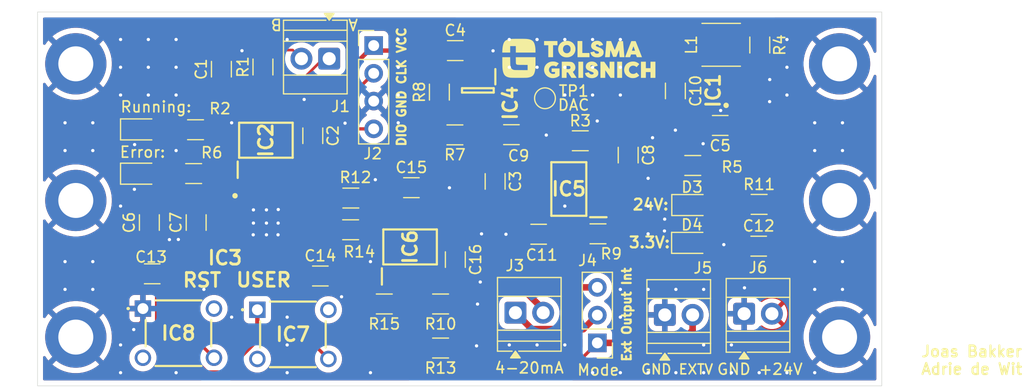
<source format=kicad_pcb>
(kicad_pcb (version 20241229) (generator "pcbnew") (generator_version "9.0")
  (layers (0 "F.Cu" signal) (2 "B.Cu" signal) (13 "F.Paste" user) (15 "B.Paste" user) (5 "F.SilkS" user "F.Silkscreen") (7 "B.SilkS" user "B.Silkscreen") (1 "F.Mask" user) (3 "B.Mask" user) (25 "Edge.Cuts" user))
  (net 0 "")
  (net 1 "+3.3V")
  (net 2 "GND")
  (net 3 "DAC_OUT")
  (net 4 "ADC_IN1")
  (net 5 "+24V")
  (net 6 "SDA")
  (net 7 "SCL")
  (net 8 "SWDIO")
  (net 9 "ADC_IN2")
  (net 10 "TXD (RS485)")
  (net 11 "SWCLK")
  (net 12 "RXD (RS485)")
  (net 13 "DE{slash}!RE")
  (net 14 "Net-(IC5-IN1-)")
  (net 15 "Net-(IC5-IN2+)")
  (net 16 "Net-(D1-A)")
  (net 17 "Net-(D3-A)")
  (net 18 "Net-(D4-A)")
  (net 19 "Net-(IC3-PF2-NRST)")
  (net 20 "Net-(IC3-PA0)")
  (net 21 "Net-(D2-A)")
  (net 22 "Net-(IC1-SW)")
  (net 23 "Net-(IC1-PG)")
  (net 36 "Net-(IC3-PB9)")
  (net 43 "Net-(IC3-PC14-OSC32_IN)")
  (net 44 "Net-(IC5-IN2-)")
  (net 45 "Net-(IC2-B)")
  (net 46 "Net-(IC2-A)")
  (net 47 "Net-(IC6-IN1-)")
  (net 48 "Net-(IC6-IN2+)")
  (net 49 "Net-(IC6-IN1+)")
  (net 50 "Net-(J3-Pin_1)")
  (net 51 "Net-(J4-Pin_1)")
  (footprint "SamacSys_Parts:TS026650BK100SCRD" (layer "F.Cu") (at 93.6 60.59)
    (property "Reference" "IC8")
    (property "Value" "TS02-66-50-BK-100-SCR-D" (hide yes))
  )
  (footprint "Capacitor_SMD:C_1206_3216Metric_Pad1.33x1.80mm_HandSolder" (layer "F.Cu") (at 125.82 48.96 90)
    (property "Reference" "C3")
    (property "Value" "0.1 uF")
  )
  (footprint "Resistor_SMD:R_1206_3216Metric_Pad1.30x1.75mm_HandSolder" (layer "F.Cu") (at 104.58 38.49 90)
    (property "Reference" "R1")
    (property "Value" "120")
  )
  (footprint "LED_SMD:LED_0805_2012Metric_Pad1.15x1.40mm_HandSolder" (layer "F.Cu") (at 143.8425 51.12)
    (property "Reference" "D3")
    (property "Value" "GLED")
  )
  (footprint "Connector_PinHeader_2.54mm:PinHeader_1x03_P2.54mm_Vertical" (layer "F.Cu") (at 135.17 63.73 180)
    (property "Reference" "J4")
    (property "Value" "Conn_01x03_Pin")
  )
  (footprint "TerminalBlock:TerminalBlock_Xinya_XY308-2.54-2P_1x02_P2.54mm_Horizontal" (layer "F.Cu") (at 110.64 37.73 180)
    (property "Reference" "J1")
    (property "Value" "RS485")
  )
  (footprint "Resistor_SMD:R_1206_3216Metric_Pad1.30x1.75mm_HandSolder" (layer "F.Cu") (at 112.62 50.48)
    (property "Reference" "R12")
    (property "Value" "1k")
  )
  (footprint "Capacitor_SMD:C_1206_3216Metric_Pad1.33x1.80mm_HandSolder" (layer "F.Cu") (at 109.83 57.61)
    (property "Reference" "C14")
    (property "Value" "0.1 uF")
  )
  (footprint "Capacitor_SMD:C_1206_3216Metric_Pad1.33x1.80mm_HandSolder" (layer "F.Cu") (at 127.31 44.68)
    (property "Reference" "C9")
    (property "Value" "0.1 uF")
  )
  (footprint "TerminalBlock:TerminalBlock_Xinya_XY308-2.54-2P_1x02_P2.54mm_Horizontal" (layer "F.Cu") (at 141.345 61.1675)
    (property "Reference" "J5")
    (property "Value" "ExtV")
  )
  (footprint "Capacitor_SMD:C_1206_3216Metric_Pad1.33x1.80mm_HandSolder" (layer "F.Cu") (at 94.19 52.72 -90)
    (property "Reference" "C6")
    (property "Value" "0.1 uF")
  )
  (footprint "Resistor_SMD:R_1206_3216Metric_Pad1.30x1.75mm_HandSolder" (layer "F.Cu") (at 135.231 53.751)
    (property "Reference" "R9")
    (property "Value" "68k")
  )
  (footprint "SamacSys_Parts:SON50P200X300X80-11N" (layer "F.Cu") (at 148.6 40.65 90)
    (property "Reference" "IC1")
    (property "Value" "TPS62177DQCR" (hide yes))
  )
  (footprint "Capacitor_SMD:C_1206_3216Metric_Pad1.33x1.80mm_HandSolder" (layer "F.Cu") (at 118.16 49.53)
    (property "Reference" "C15")
    (property "Value" "0.1 uF")
  )
  (footprint "Resistor_SMD:R_1206_3216Metric_Pad1.30x1.75mm_HandSolder" (layer "F.Cu") (at 133.61 45.24)
    (property "Reference" "R3")
    (property "Value" "10k")
  )
  (footprint "Resistor_SMD:R_1206_3216Metric_Pad1.30x1.75mm_HandSolder" (layer "F.Cu") (at 98.4125 44.23 180)
    (property "Reference" "R2")
    (property "Value" "30")
  )
  (footprint "Capacitor_SMD:C_1206_3216Metric_Pad1.33x1.80mm_HandSolder" (layer "F.Cu") (at 98.47 52.72 -90)
    (property "Reference" "C7")
    (property "Value" "1 uF")
  )
  (footprint "LOGO" (layer "F.Cu") (at 133.48 37.71)
    (property "Reference" "G***" (hide yes))
    (property "Value" "LOGO" (hide yes))
  )
  (footprint "LED_SMD:LED_0805_2012Metric_Pad1.15x1.40mm_HandSolder" (layer "F.Cu") (at 93.4125 44.2)
    (property "Reference" "D1" (hide yes))
    (property "Value" "BLED")
  )
  (footprint "Capacitor_SMD:C_1206_3216Metric_Pad1.33x1.80mm_HandSolder" (layer "F.Cu") (at 122.18 56.11 -90)
    (property "Reference" "C16")
    (property "Value" "0.1 uF")
  )
  (footprint "SamacSys_Parts:TS026650BK100SCRD" (layer "F.Cu") (at 104.07 60.7)
    (property "Reference" "IC7")
    (property "Value" "TS02-66-50-BK-100-SCR-D" (hide yes))
  )
  (footprint "Resistor_SMD:R_1206_3216Metric_Pad1.30x1.75mm_HandSolder" (layer "F.Cu") (at 115.68 60.17)
    (property "Reference" "R15")
    (property "Value" "350k")
  )
  (footprint "SamacSys_Parts:SOT95P270X145-6N" (layer "F.Cu") (at 124.24 40.63 -90)
    (property "Reference" "IC4")
    (property "Value" "MCP4726A1T-E_CH" (hide yes))
  )
  (footprint "MountingHole:MountingHole_3.2mm_M3_DIN965_Pad" (layer "F.Cu") (at 87.46 63.2)
    (property "Reference" "H4" (hide yes))
    (property "Value" "MountingHole_Pad")
  )
  (footprint "Resistor_SMD:R_1206_3216Metric_Pad1.30x1.75mm_HandSolder" (layer "F.Cu") (at 120.83 60.17)
    (property "Reference" "R10")
    (property "Value" "1 1%")
  )
  (footprint "Capacitor_SMD:C_1206_3216Metric_Pad1.33x1.80mm_HandSolder" (layer "F.Cu") (at 142.31 40.68 -90)
    (property "Reference" "C10")
    (property "Value" "22 uF")
  )
  (footprint "TerminalBlock:TerminalBlock_Xinya_XY308-2.54-2P_1x02_P2.54mm_Horizontal" (layer "F.Cu") (at 148.5975 61.06)
    (property "Reference" "J6")
    (property "Value" "+24V")
  )
  (footprint "Connector_PinHeader_2.54mm:PinHeader_1x04_P2.54mm_Vertical" (layer "F.Cu") (at 114.71 36.53)
    (property "Reference" "J2")
    (property "Value" "Conn_01x04_Pin")
  )
  (footprint "Resistor_SMD:R_1206_3216Metric_Pad1.30x1.75mm_HandSolder" (layer "F.Cu") (at 120.72 40.79 -90)
    (property "Reference" "R8")
    (property "Value" "10k")
  )
  (footprint "MountingHole:MountingHole_3.2mm_M3_DIN965_Pad" (layer "F.Cu") (at 157.33 50.7)
    (property "Reference" "H5" (hide yes))
    (property "Value" "MountingHole_Pad")
  )
  (footprint "TestPoint:TestPoint_Pad_D1.5mm" (layer "F.Cu") (at 130.38 41.35)
    (property "Reference" "TP1")
    (property "Value" "TestPoint")
  )
  (footprint "MountingHole:MountingHole_3.2mm_M3_DIN965_Pad" (layer "F.Cu") (at 87.46 50.7)
    (property "Reference" "H6" (hide yes))
    (property "Value" "MountingHole_Pad")
  )
  (footprint "Capacitor_SMD:C_1206_3216Metric_Pad1.33x1.80mm_HandSolder" (layer "F.Cu") (at 137.991 46.551 90)
    (property "Reference" "C8")
    (property "Value" "0.1 uF")
  )
  (footprint "Capacitor_SMD:C_1206_3216Metric_Pad1.33x1.80mm_HandSolder" (layer "F.Cu") (at 100.78 38.69 90)
    (property "Reference" "C1")
    (property "Value" "0.1 uF")
  )
  (footprint "Capacitor_SMD:C_1206_3216Metric_Pad1.33x1.80mm_HandSolder" (layer "F.Cu") (at 94.45 57.41)
    (property "Reference" "C13")
    (property "Value" "0.1 uF")
  )
  (footprint "SamacSys_Parts:SOIC127P600X175-8N" (layer "F.Cu") (at 104.85 45.19 90)
    (property "Reference" "IC2")
    (property "Value" "SP3485EN-L" (hide yes))
  )
  (footprint "Resistor_SMD:R_1206_3216Metric_Pad1.30x1.75mm_HandSolder" (layer "F.Cu") (at 149.97 51.06 180)
    (property "Reference" "R11")
    (property "Value" "5.6k")
  )
  (footprint "Capacitor_SMD:C_1206_3216Metric_Pad1.33x1.80mm_HandSolder" (layer "F.Cu") (at 146.41 43.84 180)
    (property "Reference" "C5")
    (property "Value" "2.2 uF")
  )
  (footprint "Resistor_SMD:R_1206_3216Metric_Pad1.30x1.75mm_HandSolder" (layer "F.Cu") (at 122.14 44.7)
    (property "Reference" "R7")
    (property "Value" "10k")
  )
  (footprint "Resistor_SMD:R_1206_3216Metric_Pad1.30x1.75mm_HandSolder" (layer "F.Cu") (at 120.83 64.2)
    (property "Reference" "R13")
    (property "Value" "2.2k")
  )
  (footprint "LED_SMD:LED_0805_2012Metric_Pad1.15x1.40mm_HandSolder" (layer "F.Cu") (at 93.4125 48.25)
    (property "Reference" "D2" (hide yes))
    (property "Value" "RLED")
  )
  (footprint "LED_SMD:LED_0805_2012Metric_Pad1.15x1.40mm_HandSolder" (layer "F.Cu") (at 143.8225 54.58)
    (property "Reference" "D4")
    (property "Value" "GLED")
  )
  (footprint "Capacitor_SMD:C_1206_3216Metric_Pad1.33x1.80mm_HandSolder" (layer "F.Cu") (at 109.14 44.78 -90)
    (property "Reference" "C2")
    (property "Value" "0.1 uF")
  )
  (footprint "MountingHole:MountingHole_3.2mm_M3_DIN965_Pad" (layer "F.Cu") (at 157.33 38.2)
    (property "Reference" "H1" (hide yes))
    (property "Value" "MountingHole_Pad")
  )
  (footprint "Capacitor_SMD:C_1206_3216Metric_Pad1.33x1.80mm_HandSolder" (layer "F.Cu") (at 149.93 54.88)
    (property "Reference" "C12")
    (property "Value" "0.1 uF")
  )
  (footprint "Inductor_SMD:L_Wuerth_MAPI-3015" (layer "F.Cu") (at 146.5 36.46 180)
    (property "Reference" "L1")
    (property "Value" "10 uH")
  )
  (footprint "MountingHole:MountingHole_3.2mm_M3_DIN965_Pad" (layer "F.Cu") (at 157.33 63.2)
    (property "Reference" "H2" (hide yes))
    (property "Value" "MountingHole_Pad")
  )
  (footprint "Resistor_SMD:R_1206_3216Metric_Pad1.30x1.75mm_HandSolder" (layer "F.Cu") (at 112.6 53.38 180)
    (property "Reference" "R14")
    (property "Value" "2.2k")
  )
  (footprint "Resistor_SMD:R_1206_3216Metric_Pad1.30x1.75mm_HandSolder" (layer "F.Cu") (at 150.03 36.48 -90)
    (property "Reference" "R4")
    (property "Value" "10k")
  )
  (footprint "Resistor_SMD:R_1206_3216Metric_Pad1.30x1.75mm_HandSolder" (layer "F.Cu") (at 143.9 47.5)
    (property "Reference" "R5")
    (property "Value" "330")
  )
  (footprint "Resistor_SMD:R_1206_3216Metric_Pad1.30x1.75mm_HandSolder" (layer "F.Cu") (at 98.24 48.24 180)
    (property "Reference" "R6")
    (property "Value" "330")
  )
  (footprint "Capacitor_SMD:C_1206_3216Metric_Pad1.33x1.80mm_HandSolder" (layer "F.Cu") (at 129.801 53.791 180)
    (property "Reference" "C11")
    (property "Value" "0.1 uF")
  )
  (footprint "TerminalBlock:TerminalBlock_Xinya_XY308-2.54-2P_1x02_P2.54mm_Horizontal" (layer "F.Cu") (at 127.675 60.9675)
    (property "Reference" "J3")
    (property "Value" "Rload")
  )
  (footprint "Capacitor_SMD:C_1206_3216Metric_Pad1.33x1.80mm_HandSolder" (layer "F.Cu") (at 122.17 36.99)
    (property "Reference" "C4")
    (property "Value" "0.1 uF")
  )
  (footprint "SamacSys_Parts:QFN50P500X500X60-33N-D" (layer "F.Cu") (at 104.9 52.77)
    (property "Reference" "IC3")
    (property "Value" "STM32G031K8U6" (hide yes))
  )
  (footprint "SamacSys_Parts:SOIC127P600X175-8N" (layer "F.Cu") (at 132.561 49.651 180)
    (property "Reference" "IC5")
    (property "Value" "TSB512IYDT" (hide yes))
  )
  (footprint "MountingHole:MountingHole_3.2mm_M3_DIN965_Pad" (layer "F.Cu") (at 87.46 38.2)
    (property "Reference" "H3" (hide yes))
    (property "Value" "MountingHole_Pad")
  )
  (footprint "SamacSys_Parts:SOIC127P600X175-8N" (layer "F.Cu") (at 118.04 54.95 90)
    (property "Reference" "IC6")
    (property "Value" "TSB512IYDT" (hide yes))
  )
  (gr_rect (start 83.96 33.46) (end 161.19 67.66) (stroke (width 0.05)) (fill no) (layer "Edge.Cuts"))
  (gr_text "DAC" (at 133 41.97 0) (layer "F.SilkS") (effects (font (size 1 1))))
  (gr_text "GND +24V" (at 150.04 66.14 0) (layer "F.SilkS") (effects (font (size 1 1))))
  (gr_text "A        B\n" (at 109.28 34.6 180) (layer "F.SilkS") (effects (font (size 1 1))))
  (gr_text "Running:" (at 94.8 42.14 0) (layer "F.SilkS") (effects (font (size 1 1))))
  (gr_text "GND EXTV" (at 142.47 66.15 0) (layer "F.SilkS") (effects (font (size 0.9 0.9))))
  (gr_text "Joas Bakker\nAdrie de Wit\n" (at 169.42 65.32 0) (layer "F.SilkS") (effects (font (size 1 1) (thickness 0.2) (bold yes))))
  (gr_text "4-20mA" (at 128.945 66.0175 0) (layer "F.SilkS") (effects (font (size 1 1))))
  (gr_text "24V:" (at 140.05 51.08 0) (layer "F.SilkS") (effects (font (size 1 1) (thickness 0.2) (bold yes))))
  (gr_text "DIO GND CLK VCC" (at 117.26 40.31 90) (layer "F.SilkS") (effects (font (size 0.8 0.8) (thickness 0.2) (bold yes))))
  (gr_text "RST" (at 99 57.99 0) (layer "F.SilkS") (effects (font (size 1.27 1.27) (thickness 0.254))))
  (gr_text "3.3V:" (at 139.94 54.54 0) (layer "F.SilkS") (effects (font (size 1 1) (thickness 0.2) (bold yes))))
  (gr_text "Error:" (at 93.57 46.28 0) (layer "F.SilkS") (effects (font (size 1 1))))
  (gr_text "USER" (at 104.64 57.97 0) (layer "F.SilkS") (effects (font (size 1.27 1.27) (thickness 0.254))))
  (gr_text "Mode\n" (at 135.25 66.21 0) (layer "F.SilkS") (effects (font (size 1 1))))
  (gr_text "Ext Output Int" (at 137.86 61.14 90) (layer "F.SilkS") (effects (font (size 0.8 0.8) (thickness 0.2) (bold yes))))
  (segment (start 98.47 51.1575) (end 98.47 43.13) (width 0.4) (layer "F.Cu") (net 1))
  (segment (start 120.6075 36.99) (end 120.6075 39.1275) (width 0.3) (layer "F.Cu") (net 1))
  (segment (start 115.17 36.99) (end 114.71 36.53) (width 0.4) (layer "F.Cu") (net 1))
  (segment (start 104.07 63.45) (end 101.08 66.44) (width 0.4) (layer "F.Cu") (net 1))
  (segment (start 139.78 34.54) (end 123.0575 34.54) (width 0.6) (layer "F.Cu") (net 1))
  (segment (start 150.03 34.93) (end 149.46 34.36) (width 0.3) (layer "F.Cu") (net 1))
  (segment (start 108.5275 43.83) (end 103.86 43.83) (width 0.4) (layer "F.Cu") (net 1))
  (segment (start 145.45 37.46) (end 145.45 36.46) (width 0.3) (layer "F.Cu") (net 1))
  (segment (start 102.945 42.4175) (end 100.78 40.2525) (width 0.4) (layer "F.Cu") (net 1))
  (segment (start 148.6 36.36) (end 150.03 34.93) (width 0.3) (layer "F.Cu") (net 1))
  (segment (start 124.84 40.63) (end 123.888 40.63) (width 0.3) (layer "F.Cu") (net 1))
  (segment (start 123.29 40.032) (end 123.29 39.38) (width 0.3) (layer "F.Cu") (net 1))
  (segment (start 142.31 39.1175) (end 142.31 37.07) (width 0.6) (layer "F.Cu") (net 1))
  (segment (start 99.45 66.44) (end 94.9 61.89) (width 0.4) (layer "F.Cu") (net 1))
  (segment (start 92.52 54.93) (end 92.52 52.8275) (width 0.4) (layer "F.Cu") (net 1))
  (segment (start 102.945 42.49) (end 99.11 42.49) (width 0.4) (layer "F.Cu") (net 1))
  (segment (start 141.05 40.3775) (end 142.31 39.1175) (width 0.3) (layer "F.Cu") (net 1))
  (segment (start 94.9 57.31) (end 92.52 54.93) (width 0.4) (layer "F.Cu") (net 1))
  (segment (start 119.19 43.3) (end 119.19 40.77) (width 0.4) (layer "F.Cu") (net 1))
  (segment (start 125.7475 44.68) (end 125.7475 42.4375) (width 0.3) (layer "F.Cu") (net 1))
  (segment (start 145.45 37.3) (end 145.45 36.46) (width 0.8) (layer "F.Cu") (net 1))
  (segment (start 102.945 42.49) (end 102.945 42.4175) (width 0.4) (layer "F.Cu") (net 1))
  (segment (start 123.888 40.63) (end 123.29 40.032) (width 0.3) (layer "F.Cu") (net 1))
  (segment (start 143.6325 39.1175) (end 145.45 37.3) (width 0.8) (layer "F.Cu") (net 1))
  (segment (start 122.9975 39.38) (end 120.6075 36.99) (width 0.3) (layer "F.Cu") (net 1))
  (segment (start 142.31 37.07) (end 139.78 34.54) (width 0.6) (layer "F.Cu") (net 1))
  (segment (start 120.6075 36.99) (end 115.17 36.99) (width 0.4) (layer "F.Cu") (net 1))
  (segment (start 116.5975 49.53) (end 117.9775 48.15) (width 0.4) (layer "F.Cu") (net 1))
  (segment (start 98.47 51.1575) (end 94.19 51.1575) (width 0.4) (layer "F.Cu") (net 1))
  (segment (start 125.19 40.98) (end 124.84 40.63) (width 0.3) (layer "F.Cu") (net 1))
  (segment (start 125.7475 42.4375) (end 125.19 41.88) (width 0.3) (layer "F.Cu") (net 1))
  (segment (start 109.14 42.1) (end 114.71 36.53) (width 0.4) (layer "F.Cu") (net 1))
  (segment (start 98.47 51.1575) (end 99.8325 52.52) (width 0.3) (layer "F.Cu") (net 1))
  (segment (start 101.08 66.44) (end 99.45 66.44) (width 0.4) (layer "F.Cu") (net 1))
  (segment (start 109.14 43.2175) (end 108.5275 43.83) (width 0.4) (layer "F.Cu") (net 1))
  (segment (start 117.9775 48.15) (end 122.2775 48.15) (width 0.4) (layer "F.Cu") (net 1))
  (segment (start 104.07 60.7) (end 104.07 63.45) (width 0.4) (layer "F.Cu") (net 1))
  (segment (start 109.14 43.2175) (end 109.14 42.1) (width 0.4) (layer "F.Cu") (net 1))
  (segment (start 116.135 49.9925) (end 116.5975 49.53) (width 0.4) (layer "F.Cu") (net 1))
  (segment (start 123.29 39.38) (end 122.9975 39.38) (width 0.3) (layer "F.Cu") (net 1))
  (segment (start 147.6 39.61) (end 145.45 37.46) (width 0.3) (layer "F.Cu") (net 1))
  (segment (start 92.52 52.8275) (end 94.19 51.1575) (width 0.4) (layer "F.Cu") (net 1))
  (segment (start 99.8325 52.52) (end 102.45 52.52) (width 0.3) (layer "F.Cu") (net 1))
  (segment (start 102.945 42.915) (end 102.945 42.49) (width 0.4) (layer "F.Cu") (net 1))
  (segment (start 141.05 46.2) (end 141.05 40.3775) (width 0.3) (layer "F.Cu") (net 1))
  (segment (start 149.46 34.36) (end 145.85 34.36) (width 0.3) (layer "F.Cu") (net 1))
  (segment (start 103.86 43.83) (end 102.945 42.915) (width 0.4) (layer "F.Cu") (net 1))
  (segment (start 142.35 47.5) (end 141.05 46.2) (width 0.3) (layer "F.Cu") (net 1))
  (segment (start 145.85 34.36) (end 145.45 34.76) (width 0.3) (layer "F.Cu") (net 1))
  (segment (start 123.0575 34.54) (end 120.6075 36.99) (width 0.6) (layer "F.Cu") (net 1))
  (segment (start 142.31 39.1175) (end 143.6325 39.1175) (width 0.8) (layer "F.Cu") (net 1))
  (segment (start 120.59 44.7) (end 119.19 43.3) (width 0.4) (layer "F.Cu") (net 1))
  (segment (start 99.11 42.49) (end 98.47 43.13) (width 0.4) (layer "F.Cu") (net 1))
  (segment (start 148.6 39.65) (end 148.6 36.36) (width 0.3) (layer "F.Cu") (net 1))
  (segment (start 120.6075 39.1275) (end 120.72 39.24) (width 0.3) (layer "F.Cu") (net 1))
  (segment (start 116.135 52.25) (end 116.135 49.9925) (width 0.4) (layer "F.Cu") (net 1))
  (segment (start 122.2775 48.15) (end 125.7475 44.68) (width 0.4) (layer "F.Cu") (net 1))
  (segment (start 125.19 41.88) (end 125.19 40.98) (width 0.3) (layer "F.Cu") (net 1))
  (segment (start 94.9 61.89) (end 94.9 57.31) (width 0.4) (layer "F.Cu") (net 1))
  (segment (start 119.19 40.77) (end 120.72 39.24) (width 0.4) (layer "F.Cu") (net 1))
  (segment (start 145.45 34.76) (end 145.45 36.46) (width 0.3) (layer "F.Cu") (net 1))
  (segment (start 150.93 39.65) (end 150.94 39.64) (width 0.3) (layer "F.Cu") (net 2))
  (segment (start 142.8175 51.12) (end 142.62 51.12) (width 0.3) (layer "F.Cu") (net 2))
  (segment (start 130.46 44.68) (end 130.5 44.72) (width 0.3) (layer "F.Cu") (net 2))
  (segment (start 104.65 53.02) (end 104.9 52.77) (width 0.3) (layer "F.Cu") (net 2))
  (segment (start 111.3925 59.1325) (end 111.77 59.51) (width 0.3) (layer "F.Cu") (net 2))
  (segment (start 137.991 44.9885) (end 140.1915 44.9885) (width 0.3) (layer "F.Cu") (net 2))
  (segment (start 147.6 41.61) (end 147.6 41.008) (width 0.3) (layer "F.Cu") (net 2))
  (segment (start 142.31 42.2425) (end 142.31 44.27) (width 0.3) (layer "F.Cu") (net 2))
  (segment (start 111.3925 57.61) (end 111.3925 59.1325) (width 0.3) (layer "F.Cu") (net 2))
  (segment (start 149.6 41.61) (end 149.6 41.008) (width 0.3) (layer "F.Cu") (net 2))
  (segment (start 102.5325 37.1275) (end 102.66 37) (width 0.2) (layer "F.Cu") (net 2))
  (segment (start 135.15 43.42) (end 135.161 43.431) (width 0.3) (layer "F.Cu") (net 2))
  (segment (start 143.9425 40.61) (end 148.6 40.61) (width 0.3) (layer "F.Cu") (net 2))
  (segment (start 142.31 42.2425) (end 143.9425 40.61) (width 0.3) (layer "F.Cu") (net 2))
  (segment (start 93.6 60.59) (end 93.6 58.1225) (width 0.3) (layer "F.Cu") (net 2))
  (segment (start 144.8475 43.0525) (end 147.29 40.61) (width 0.3) (layer "F.Cu") (net 2))
  (segment (start 102.45 53.02) (end 99.7325 53.02) (width 0.3) (layer "F.Cu") (net 2))
  (segment (start 123.92 64.2) (end 124.12 64) (width 0.3) (layer "F.Cu") (net 2))
  (segment (start 109.14 46.3425) (end 111.8525 43.63) (width 0.3) (layer "F.Cu") (net 2))
  (segment (start 122.38 64.2) (end 123.92 64.2) (width 0.3) (layer "F.Cu") (net 2))
  (segment (start 149.6 41.008) (end 149.202 40.61) (width 0.3) (layer "F.Cu") (net 2))
  (segment (start 122.38 57.8725) (end 122.18 57.6725) (width 0.3) (layer "F.Cu") (net 2))
  (segment (start 150.92 41.65) (end 150.93 41.66) (width 0.3) (layer "F.Cu") (net 2))
  (segment (start 126.81 53.791) (end 128.2385 53.791) (width 0.3) (layer "F.Cu") (net 2))
  (segment (start 125.61 36.99) (end 125.63 37.01) (width 0.3) (layer "F.Cu") (net 2))
  (segment (start 92.3875 49.2475) (end 92.82 49.68) (width 0.3) (layer "F.Cu") (net 2))
  (segment (start 149.6 41.65) (end 150.92 41.65) (width 0.3) (layer "F.Cu") (net 2))
  (segment (start 147.6 41.61) (end 147.31 41.61) (width 0.3) (layer "F.Cu") (net 2))
  (segment (start 122.38 60.17) (end 124.2 60.17) (width 0.3) (layer "F.Cu") (net 2))
  (segment (start 93.6 61.67) (end 92.76 62.51) (width 0.3) (layer "F.Cu") (net 2))
  (segment (start 149.6 39.61) (end 149.6 40.212) (width 0.3) (layer "F.Cu") (net 2))
  (segment (start 142.4 54.58) (end 141.31 53.49) (width 0.3) (layer "F.Cu") (net 2))
  (segment (start 149.6 39.65) (end 150.93 39.65) (width 0.3) (layer "F.Cu") (net 2))
  (segment (start 147.998 40.61) (end 148.6 40.61) (width 0.3) (layer "F.Cu") (net 2))
  (segment (start 135.161 45.251) (end 135.161 43.431) (width 0.3) (layer "F.Cu") (net 2))
  (segment (start 106.755 42.49) (end 107.32 42.49) (width 0.2) (layer "F.Cu") (net 2))
  (segment (start 93.6 58.1225) (end 92.8875 57.41) (width 0.3) (layer "F.Cu") (net 2))
  (segment (start 148.5975 61.06) (end 148.5975 58.7225) (width 0.3) (layer "F.Cu") (net 2))
  (segment (start 144.8475 43.84) (end 144.8475 43.0525) (width 0.3) (layer "F.Cu") (net 2))
  (segment (start 147.31 41.61) (end 146.45 42.47) (width 0.3) (layer "F.Cu") (net 2))
  (segment (start 96.84 54.27) (end 96.8525 54.2825) (width 0.3) (layer "F.Cu") (net 2))
  (segment (start 123.9725 57.6725) (end 124.46 58.16) (width 0.3) (layer "F.Cu") (net 2))
  (segment (start 124.2 60.17) (end 124.21 60.18) (width 0.3) (layer "F.Cu") (net 2))
  (segment (start 142.62 51.12) (end 141.33 52.41) (width 0.3) (layer "F.Cu") (net 2))
  (segment (start 122.18 57.6725) (end 123.9725 57.6725) (width 0.3) (layer "F.Cu") (net 2))
  (segment (start 114.71 41.61) (end 112.69 43.63) (width 0.3) (layer "F.Cu") (net 2))
  (segment (start 114.17 49.49) (end 114.86 48.8) (width 0.2) (layer "F.Cu") (net 2))
  (segment (start 102.45 53.02) (end 104.65 53.02) (width 0.3) (layer "F.Cu") (net 2))
  (segment (start 100.78 37.1275) (end 102.5325 37.1275) (width 0.24) (layer "F.Cu") (net 2))
  (segment (start 128.8725 44.68) (end 130.46 44.68) (width 0.3) (layer "F.Cu") (net 2))
  (segment (start 144.8475 45.51) (end 144.8475 43.84) (width 0.3) (layer "F.Cu") (net 2))
  (segment (start 146.88 54.88) (end 146.74 54.74) (width 0.3) (layer "F.Cu") (net 2))
  (segment (start 124.24 37.4975) (end 123.7325 36.99) (width 0.3) (layer "F.Cu") (net 2))
  (segment (start 93.6 60.59) (end 93.6 61.67) (width 0.3) (layer "F.Cu") (net 2))
  (segment (start 149.6 40.212) (end 149.202 40.61) (width 0.3) (layer "F.Cu") (net 2))
  (segment (start 122.1575 57.65) (end 122.18 57.6725) (width 0.3) (layer "F.Cu") (net 2))
  (segment (start 147.29 40.61) (end 148.6 40.61) (width 0.3) (layer "F.Cu") (net 2))
  (segment (start 99.7325 53.02) (end 98.47 54.2825) (width 0.3) (layer "F.Cu") (net 2))
  (segment (start 124.24 39.38) (end 124.24 37.4975) (width 0.3) (layer "F.Cu") (net 2))
  (segment (start 96.0225 54.2825) (end 94.19 54.2825) (width 0.3) (layer "F.Cu") (net 2))
  (segment (start 96.8525 54.2825) (end 98.47 54.2825) (width 0.3) (layer "F.Cu") (net 2))
  (segment (start 135.161 47.646) (end 135.261 47.746) (width 0.3) (layer "F.Cu") (net 2))
  (segment (start 121.63 49.53) (end 121.64 49.54) (width 0.2) (layer "F.Cu") (net 2))
  (segment (start 142.7975 54.58) (end 142.4 54.58) (width 0.3) (layer "F.Cu") (net 2))
  (segment (start 107.32 42.49) (end 108.35 41.46) (width 0.2) (layer "F.Cu") (net 2))
  (segment (start 123.7325 36.99) (end 125.61 36.99) (width 0.3) (layer "F.Cu") (net 2))
  (segment (start 111.8525 43.63) (end 112.09 43.63) (width 0.3) (layer "F.Cu") (net 2))
  (segment (start 114.17 50.48) (end 114.17 49.49) (width 0.2) (layer "F.Cu") (net 2))
  (segment (start 148.5975 58.7225) (end 148.63 58.69) (width 0.3) (layer "F.Cu") (net 2))
  (segment (start 135.161 45.251) (end 135.161 47.646) (width 0.3) (layer "F.Cu") (net 2))
  (segment (start 140.1915 44.9885) (end 140.22 44.96) (width 0.3) (layer "F.Cu") (net 2))
  (segment (start 92.3875 44.2) (end 92.3875 45.1375) (width 0.3) (layer "F.Cu") (net 2))
  (segment (start 148.3675 54.88) (end 146.88 54.88) (width 0.3) (layer "F.Cu") (net 2))
  (segment (start 119.7225 49.53) (end 121.63 49.53) (width 0.2) (layer "F.Cu") (net 2))
  (segment (start 119.945 57.65) (end 122.1575 57.65) (width 0.3) (layer "F.Cu") (net 2))
  (segment (start 92.3875 45.1375) (end 92.84 45.59) (width 0.3) (layer "F.Cu") (net 2))
  (segment (start 147.6 41.008) (end 147.998 40.61) (width 0.3) (layer "F.Cu") (net 2))
  (segment (start 112.69 43.63) (end 112.09 43.63) (width 0.3) (layer "F.Cu") (net 2))
  (segment (start 92.3875 48.25) (end 92.3875 49.2475) (width 0.3) (layer "F.Cu") (net 2))
  (via (at 137.275 38.515) (size 0.6) (drill 0.3) (layers "F.Cu" "B.Cu") (net 2))
  (via (at 135.161 43.431) (size 0.6) (drill 0.3) (layers "F.Cu" "B.Cu") (net 2))
  (via (at 155.055 58.835) (size 0.6) (drill 0.3) (layers "F.Cu" "B.Cu") (net 2))
  (via (at 116.955 43.595) (size 0.6) (drill 0.3) (layers "F.Cu" "B.Cu") (net 2))
  (via (at 89.015 43.595) (size 0.6) (drill 0.3) (layers "F.Cu" "B.Cu") (net 2))
  (via (at 112.09 43.63) (size 0.6) (drill 0.3) (layers "F.Cu" "B.Cu") (net 2))
  (via (at 86.475 58.835) (size 0.6) (drill 0.3) (layers "F.Cu" "B.Cu") (net 2))
  (via (at 96.635 66.455) (size 0.6) (drill 0.3) (layers "F.Cu" "B.Cu") (net 2))
  (via (at 96.84 54.27) (size 0.6) (drill 0.3) (layers "F.Cu" "B.Cu") (net 2))
  (via (at 157.595 46.135) (size 0.6) (drill 0.3) (layers "F.Cu" "B.Cu") (net 2))
  (via (at 157.595 43.595) (size 0.6) (drill 0.3) (layers "F.Cu" "B.Cu") (net 2))
  (via (at 102.66 37) (size 0.6) (drill 0.3) (layers "F.Cu" "B.Cu") (net 2))
  (via (at 132.195 51.215) (size 0.6) (drill 0.3) (layers "F.Cu" "B.Cu") (net 2))
  (via (at 139.815 53.755) (size 0.6) (drill 0.3) (layers "F.Cu" "B.Cu") (net 2))
  (via (at 106.795 61.375) (size 0.6) (drill 0.3) (layers "F.Cu" "B.Cu") (net 2))
  (via (at 91.555 38.515) (size 0.6) (drill 0.3) (layers "F.Cu" "B.Cu") (net 2))
  (via (at 124.12 64) (size 0.6) (drill 0.3) (layers "F.Cu" "B.Cu") (net 2))
  (via (at 149.975 66.455) (size 0.6) (drill 0.3) (layers "F.Cu" "B.Cu") (net 2))
  (via (at 155.055 46.135) (size 0.6) (drill 0.3) (layers "F.Cu" "B.Cu") (net 2))
  (via (at 96.635 35.975) (size 0.6) (drill 0.3) (layers "F.Cu" "B.Cu") (net 2))
  (via (at 140.22 44.96) (size 0.6) (drill 0.3) (layers "F.Cu" "B.Cu") (net 2))
  (via (at 124.575 53.755) (size 0.6) (drill 0.3) (layers "F.Cu" "B.Cu") (net 2))
  (via (at 96.0225 54.2825) (size 0.6) (drill 0.3) (layers "F.Cu" "B.Cu") (net 2))
  (via (at 106.795 63.915) (size 0.6) (drill 0.3) (layers "F.Cu" "B.Cu") (net 2))
  (via (at 86.475 56.295) (size 0.6) (drill 0.3) (layers "F.Cu" "B.Cu") (net 2))
  (via (at 96.635 46.135) (size 0.6) (drill 0.3) (layers "F.Cu" "B.Cu") (net 2))
  (via (at 155.055 43.595) (size 0.6) (drill 0.3) (layers "F.Cu" "B.Cu") (net 2))
  (via (at 89.015 56.295) (size 0.6) (drill 0.3) (layers "F.Cu" "B.Cu") (net 2))
  (via (at 127.115 35.975) (size 0.6) (drill 0.3) (layers "F.Cu" "B.Cu") (net 2))
  (via (at 105.97 52.77) (size 0.6) (drill 0.3) (layers "F.Cu" "B.Cu") (net 2))
  (via (at 124.46 58.16) (size 0.6) (drill 0.3) (layers "F.Cu" "B.Cu") (net 2))
  (via (at 94.095 35.975) (size 0.6) (drill 0.3) (layers "F.Cu" "B.Cu") (net 2))
  (via (at 134.735 35.975) (size 0.6) (drill 0.3) (layers "F.Cu" "B.Cu") (net 2))
  (via (at 152.515 38.515) (size 0.6) (drill 0.3) (layers "F.Cu" "B.Cu") (net 2))
  (via (at 144.895 66.455) (size 0.6) (drill 0.3) (layers "F.Cu" "B.Cu") (net 2))
  (via (at 127.115 38.515) (size 0.6) (drill 0.3) (layers "F.Cu" "B.Cu") (net 2))
  (via (at 105.96 53.84) (size 0.6) (drill 0.3) (layers "F.Cu" "B.Cu") (net 2))
  (via (at 89.015 58.835) (size 0.6) (drill 0.3) (layers "F.Cu" "B.Cu") (net 2))
  (via (at 134.735 66.455) (size 0.6) (drill 0.3) (layers "F.Cu" "B.Cu") (net 2))
  (via (at 144.8475 45.51) (size 0.6) (drill 0.3) (layers "F.Cu" "B.Cu") (net 2))
  (via (at 124.21 60.18) (size 0.6) (drill 0.3) (layers "F.Cu" "B.Cu") (net 2))
  (via (at 104.9 52.77) (size 0.6) (drill 0.3) (layers "F.Cu" "B.Cu") (net 2))
  (via (at 103.71 52.77) (size 0.6) (drill 0.3) (layers "F.Cu" "B.Cu") (net 2))
  (via (at 104.9 53.84) (size 0.6) (drill 0.3) (layers "F.Cu" "B.Cu") (net 2))
  (via (at 150.93 41.66) (size 0.6) (drill 0.3) (layers "F.Cu" "B.Cu") (net 2))
  (via (at 91.555 35.975) (size 0.6) (drill 0.3) (layers "F.Cu" "B.Cu") (net 2))
  (via (at 94.095 38.515) (size 0.6) (drill 0.3) (layers "F.Cu" "B.Cu") (net 2))
  (via (at 157.595 58.835) (size 0.6) (drill 0.3) (layers "F.Cu" "B.Cu") (net 2))
  (via (at 132.195 63.915) (size 0.6) (drill 0.3) (layers "F.Cu" "B.Cu") (net 2))
  (via (at 141.33 52.41) (size 0.6) (drill 0.3) (layers "F.Cu" "B.Cu") (net 2))
  (via (at 137.275 66.455) (size 0.6) (drill 0.3) (layers "F.Cu" "B.Cu") (net 2))
  (via (at 144.895 58.835) (size 0.6) (drill 0.3) (layers "F.Cu" "B.Cu") (net 2))
  (via (at 152.515 41.055) (size 0.6) (drill 0.3) (layers "F.Cu" "B.Cu") (net 2))
  (via (at 142.355 66.455) (size 0.6) (drill 0.3) (layers "F.Cu" "B.Cu") (net 2))
  (via (at 108.35 41.46) (size 0.6) (drill 0.3) (layers "F.Cu" "B.Cu") (net 2))
  (via (at 106.795 35.975) (size 0.6) (drill 0.3) (layers "F.Cu" "B.Cu") (net 2))
  (via (at 155.055 66.455) (size 0.6) (drill 0.3) (layers "F.Cu" "B.Cu") (net 2))
  (via (at 127.115 63.915) (size 0.6) (drill 0.3) (layers "F.Cu" "B.Cu") (net 2))
  (via (at 142.355 58.835) (size 0.6) (drill 0.3) (layers "F.Cu" "B.Cu") (net 2))
  (via (at 139.815 66.455) (size 0.6) (drill 0.3) (layers "F.Cu" "B.Cu") (net 2))
  (via (at 92.84 45.59) (size 0.6) (drill 0.3) (layers "F.Cu" "B.Cu") (net 2))
  (via (at 103.71 51.56) (size 0.6) (drill 0.3) (layers "F.Cu" "B.Cu") (net 2))
  (via (at 129.655 38.515) (size 0.6) (drill 0.3) (layers "F.Cu" "B.Cu") (net 2))
  (via (at 152.515 35.975) (size 0.6) (drill 0.3) (layers "F.Cu" "B.Cu") (net 2))
  (via (at 132.195 41.055) (size 0.6) (drill 0.3) (layers "F.Cu" "B.Cu") (net 2))
  (via (at 104.9 51.56) (size 0.6) (drill 0.3) (layers "F.Cu" "B.Cu") (net 2))
  (via (at 139.815 48.675) (size 0.6) (drill 0.3) (layers "F.Cu" "B.Cu") (net 2))
  (via (at 96.635 41.055) (size 0.6) (drill 0.3) (layers "F.Cu" "B.Cu") (net 2))
  (via (at 91.555 51.215) (size 0.6) (drill 0.3) (layers "F.Cu" "B.Cu") (net 2))
  (via (at 114.415 56.295) (size 0.6) (drill 0.3) (layers "F.Cu" "B.Cu") (net 2))
  (via (at 142.31 44.27) (size 0.6) (drill 0.3) (layers "F.Cu" "B.Cu") (net 2))
  (via (at 129.655 35.975) (size 0.6) (drill 0.3) (layers "F.Cu" "B.Cu") (net 2))
  (via (at 91.555 41.055) (size 0.6) (drill 0.3) (layers "F.Cu" "B.Cu") (net 2))
  (via (at 94.095 41.055) (size 0.6) (drill 0.3) (layers "F.Cu" "B.Cu") (net 2))
  (via (at 157.595 56.295) (size 0.6) (drill 0.3) (layers "F.Cu" "B.Cu") (net 2))
  (via (at 126.81 53.791) (size 0.6) (drill 0.3) (layers "F.Cu" "B.Cu") (net 2))
  (via (at 92.76 62.51) (size 0.6) (drill 0.3) (layers "F.Cu" "B.Cu") (net 2))
  (via (at 105.98 51.53) (size 0.6) (drill 0.3) (layers "F.Cu" "B.Cu") (net 2))
  (via (at 146.74 54.74) (size 0.6) (drill 0.3) (layers "F.Cu" "B.Cu") (net 2))
  (via (at 155.055 56.295) (size 0.6) (drill 0.3) (layers "F.Cu" "B.Cu") (net 2))
  (via (at 111.77 59.51) (size 0.6) (drill 0.3) (layers "F.Cu" "B.Cu") (net 2))
  (via (at 129.655 63.915) (size 0.6) (drill 0.3) (layers "F.Cu" "B.Cu") (net 2))
  (via (at 86.475 43.595) (size 0.6) (drill 0.3) (layers "F.Cu" "B.Cu") (net 2))
  (via (at 91.555 66.455) (size 0.6) (drill 0.3) (layers "F.Cu" "B.Cu") (net 2))
  (via (at 132.195 35.975) (size 0.6) (drill 0.3) (layers "F.Cu" "B.Cu") (net 2))
  (via (at 86.475 46.135) (size 0.6) (drill 0.3) (layers "F.Cu" "B.Cu") (net 2))
  (via (at 106.795 66.455) (size 0.6) (drill 0.3) (layers "F.Cu" "B.Cu") (net 2))
  (via (at 144.895 63.915) (size 0.6) (drill 0.3) (layers "F.Cu" "B.Cu") (net 2))
  (via (at 152.515 66.455) (size 0.6) (drill 0.3) (layers "F.Cu" "B.Cu") (net 2))
  (via (at 137.275 35.975) (size 0.6) (drill 0.3) (layers "F.Cu" "B.Cu") (net 2))
  (via (at 99.175 58.835) (size 0.6) (drill 0.3) (layers "F.Cu" "B.Cu") (net 2))
  (via (at 134.735 38.515) (size 0.6) (drill 0.3) (layers "F.Cu" "B.Cu") (net 2))
  (via (at 121.64 49.54) (size 0.6) (drill 0.3) (layers "F.Cu" "B.Cu") (net 2))
  (via (at 89.015 46.135) (size 0.6) (drill 0.3) (layers "F.Cu" "B.Cu") (net 2))
  (via (at 146.45 42.47) (size 0.6) (drill 0.3) (layers "F.Cu" "B.Cu") (net 2))
  (via (at 132.195 38.515) (size 0.6) (drill 0.3) (layers "F.Cu" "B.Cu") (net 2))
  (via (at 147.435 66.455) (size 0.6) (drill 0.3) (layers "F.Cu" "B.Cu") (net 2))
  (via (at 103.69 53.84) (size 0.6) (drill 0.3) (layers "F.Cu" "B.Cu") (net 2))
  (via (at 92.82 49.68) (size 0.6) (drill 0.3) (layers "F.Cu" "B.Cu") (net 2))
  (via (at 96.635 38.515) (size 0.6) (drill 0.3) (layers "F.Cu" "B.Cu") (net 2))
  (via (at 134.735 41.055) (size 0.6) (drill 0.3) (layers "F.Cu" "B.Cu") (net 2))
  (via (at 150.94 39.64) (size 0.6) (drill 0.3) (layers "F.Cu" "B.Cu") (net 2))
  (via (at 91.555 63.915) (size 0.6) (drill 0.3) (layers "F.Cu" "B.Cu") (net 2))
  (via (at 116.955 35.975) (size 0.6) (drill 0.3) (layers "F.Cu" "B.Cu") (net 2))
  (via (at 141.31 53.49) (size 0.6) (drill 0.3) (layers "F.Cu" "B.Cu") (net 2))
  (via (at 125.63 37.01) (size 0.6) (drill 0.3) (layers "F.Cu" "B.Cu") (net 2))
  (via (at 130.5 44.72) (size 0.6) (drill 0.3) (layers "F.Cu" "B.Cu") (net 2))
  (via (at 148.63 58.69) (size 0.6) (drill 0.3) (layers "F.Cu" "B.Cu") (net 2))
  (via (at 147.435 63.915) (size 0.6) (drill 0.3) (layers "F.Cu" "B.Cu") (net 2))
  (via (at 137.275 61.375) (size 0.6) (drill 0.3) (layers "F.Cu" "B.Cu") (net 2))
  (via (at 114.415 66.455) (size 0.6) (drill 0.3) (layers "F.Cu" "B.Cu") (net 2))
  (via (at 139.815 58.835) (size 0.6) (drill 0.3) (layers "F.Cu" "B.Cu") (net 2))
  (via (at 101.715 61.375) (size 0.6) (drill 0.3) (layers "F.Cu" "B.Cu") (net 2))
  (via (at 137.275 41.055) (size 0.6) (drill 0.3) (layers "F.Cu" "B.Cu") (net 2))
  (via (at 101.715 43.595) (size 0.6) (drill 0.3) (layers "F.Cu" "B.Cu") (net 2))
  (via (at 114.86 48.8) (size 0.6) (drill 0.3) (layers "F.Cu" "B.Cu") (net 2))
  (via (at 116.955 38.515) (size 0.6) (drill 0.3) (layers "F.Cu" "B.Cu") (net 2))
  (via (at 137.275 58.835) (size 0.6) (drill 0.3) (layers "F.Cu" "B.Cu") (net 2))
  (via (at 139.815 51.215) (size 0.6) (drill 0.3) (layers "F.Cu" "B.Cu") (net 2))
  (via (at 116.955 41.055) (size 0.6) (drill 0.3) (layers "F.Cu" "B.Cu") (net 2))
  (segment (start 133.63 47.792) (end 133.63 43.87) (width 0.3) (layer "F.Cu") (net 3))
  (segment (start 128.93 42.8) (end 128.93 43.12) (width 0.3) (layer "F.Cu") (net 3))
  (segment (start 130.38 41.35) (end 128.93 42.8) (width 0.3) (layer "F.Cu") (net 3))
  (segment (start 133.63 43.87) (end 132.88 43.12) (width 0.3) (layer "F.Cu") (net 3))
  (segment (start 135.261 49.016) (end 137.0885 49.016) (width 0.3) (layer "F.Cu") (net 3))
  (segment (start 132.88 43.12) (end 128.93 43.12) (width 0.3) (layer "F.Cu") (net 3))
  (segment (start 128.93 43.12) (end 125.19 39.38) (width 0.3) (layer "F.Cu") (net 3))
  (segment (start 137.0885 49.016) (end 137.991 48.1135) (width 0.3) (layer "F.Cu") (net 3))
  (segment (start 135.261 49.016) (end 134.854 49.016) (width 0.3) (layer "F.Cu") (net 3))
  (segment (start 134.854 49.016) (end 133.63 47.792) (width 0.3) (layer "F.Cu") (net 3))
  (segment (start 116.76 54.02) (end 116.128 54.02) (width 0.3) (layer "F.Cu") (net 4))
  (segment (start 111.17 56.29) (end 105.468 56.29) (width 0.3) (layer "F.Cu") (net 4))
  (segment (start 113.73813 51.91) (end 112.57 53.07813) (width 0.3) (layer "F.Cu") (net 4))
  (segment (start 105.468 56.29) (end 105.15 55.972) (width 0.3) (layer "F.Cu") (net 4))
  (segment (start 118.675 51.825) (end 118.675 52.25) (width 0.3) (layer "F.Cu") (net 4))
  (segment (start 120.68 51) (end 119.5 51) (width 0.3) (layer "F.Cu") (net 4))
  (segment (start 119.5 51) (end 118.675 51.825) (width 0.3) (layer "F.Cu") (net 4))
  (segment (start 117.405 52.25) (end 117.405 53.375) (width 0.3) (layer "F.Cu") (net 4))
  (segment (start 122.18 52.5) (end 120.68 51) (width 0.3) (layer "F.Cu") (net 4))
  (segment (start 116.128 54.02) (end 115.36 53.252) (width 0.3) (layer "F.Cu") (net 4))
  (segment (start 117.405 53.375) (end 116.76 54.02) (width 0.3) (layer "F.Cu") (net 4))
  (segment (start 112.57 54.89) (end 111.17 56.29) (width 0.3) (layer "F.Cu") (net 4))
  (segment (start 117.405 52.25) (end 118.675 52.25) (width 0.3) (layer "F.Cu") (net 4))
  (segment (start 112.57 53.07813) (end 112.57 54.89) (width 0.3) (layer "F.Cu") (net 4))
  (segment (start 114.81 51.91) (end 113.73813 51.91) (width 0.3) (layer "F.Cu") (net 4))
  (segment (start 115.36 53.252) (end 115.36 52.46) (width 0.3) (layer "F.Cu") (net 4))
  (segment (start 122.18 54.5475) (end 122.18 52.5) (width 0.3) (layer "F.Cu") (net 4))
  (segment (start 115.36 52.46) (end 114.81 51.91) (width 0.3) (layer "F.Cu") (net 4))
  (segment (start 105.15 55.972) (end 105.15 55.22) (width 0.3) (layer "F.Cu") (net 4))
  (segment (start 129.861 52.2885) (end 131.3635 53.791) (width 0.4) (layer "F.Cu") (net 5))
  (segment (start 148.101 43.7115) (end 148.101 41.65) (width 0.3) (layer "F.Cu") (net 5))
  (segment (start 129.861 51.556) (end 129.861 52.2885) (width 0.4) (layer "F.Cu") (net 5))
  (segment (start 131.3635 54.691) (end 133.0725 56.4) (width 0.4) (layer "F.Cu") (net 5))
  (segment (start 131.3635 53.791) (end 131.3635 54.691) (width 0.4) (layer "F.Cu") (net 5))
  (segment (start 148.1 43.7125) (end 147.9725 43.84) (width 0.3) (layer "F.Cu") (net 5))
  (segment (start 147.9725 43.84) (end 148.101 43.7115) (width 0.3) (layer "F.Cu") (net 5))
  (segment (start 148.6 42.65) (end 148.1 43.15) (width 0.3) (layer "F.Cu") (net 5))
  (segment (start 133.0725 56.4) (end 149.9725 56.4) (width 0.4) (layer "F.Cu") (net 5))
  (segment (start 148.1 43.15) (end 148.1 43.7125) (width 0.3) (layer "F.Cu") (net 5))
  (segment (start 149.9725 56.4) (end 151.4925 54.88) (width 0.4) (layer "F.Cu") (net 5))
  (segment (start 148.6 41.61) (end 148.6 42.65) (width 0.3) (layer "F.Cu") (net 5))
  (segment (start 108.38 52.11) (end 107.97 52.52) (width 0.3) (layer "F.Cu") (net 6))
  (segment (start 107.97 52.52) (end 107.35 52.52) (width 0.3) (layer "F.Cu") (net 6))
  (segment (start 120.72 42.34) (end 122.83 42.34) (width 0.3) (layer "F.Cu") (net 6))
  (segment (start 122.18 43.8) (end 122.18 44.74) (width 0.3) (layer "F.Cu") (net 6))
  (segment (start 122.17 44.75) (end 122.17 45.31) (width 0.3) (layer "F.Cu") (net 6))
  (segment (start 121.16 46.32) (end 111.93 46.32) (width 0.3) (layer "F.Cu") (net 6))
  (segment (start 122.83 42.34) (end 123.29 41.88) (width 0.3) (layer "F.Cu") (net 6))
  (segment (start 120.72 42.34) (end 122.18 43.8) (width 0.3) (layer "F.Cu") (net 6))
  (segment (start 122.18 44.74) (end 122.17 44.75) (width 0.3) (layer "F.Cu") (net 6))
  (segment (start 108.38 49.87) (end 108.38 52.11) (width 0.3) (layer "F.Cu") (net 6))
  (segment (start 122.17 45.31) (end 121.16 46.32) (width 0.3) (layer "F.Cu") (net 6))
  (segment (start 111.93 46.32) (end 108.38 49.87) (width 0.3) (layer "F.Cu") (net 6))
  (segment (start 120.82 47.57) (end 111.88 47.57) (width 0.3) (layer "F.Cu") (net 7))
  (segment (start 123.69 44.7) (end 120.82 47.57) (width 0.3) (layer "F.Cu") (net 7))
  (segment (start 109.41 52.112) (end 108.002 53.52) (width 0.3) (layer "F.Cu") (net 7))
  (segment (start 108.002 53.52) (end 107.35 53.52) (width 0.3) (layer "F.Cu") (net 7))
  (segment (start 109.41 50.04) (end 109.41 52.112) (width 0.3) (layer "F.Cu") (net 7))
  (segment (start 123.69 44.7) (end 124.24 44.15) (width 0.3) (layer "F.Cu") (net 7))
  (segment (start 124.24 44.15) (end 124.24 41.88) (width 0.3) (layer "F.Cu") (net 7))
  (segment (start 111.88 47.57) (end 109.41 50.04) (width 0.3) (layer "F.Cu") (net 7))
  (segment (start 113.26 44.15) (end 107.35 50.06) (width 0.3) (layer "F.Cu") (net 8))
  (segment (start 107.35 50.06) (end 107.35 51.02) (width 0.3) (layer "F.Cu") (net 8))
  (segment (start 114.71 44.15) (end 113.26 44.15) (width 0.3) (layer "F.Cu") (net 8))
  (segment (start 111.07 50.48) (end 111.07 53.36) (width 0.2) (layer "F.Cu") (net 9))
  (segment (start 109.21 55.22) (end 106.65 55.22) (width 0.2) (layer "F.Cu") (net 9))
  (segment (start 111.05 53.38) (end 109.21 55.22) (width 0.2) (layer "F.Cu") (net 9))
  (segment (start 111.07 53.36) (end 111.05 53.38) (width 0.2) (layer "F.Cu") (net 9))
  (segment (start 105.802 46.53) (end 106.755 47.483) (width 0.24) (layer "F.Cu") (net 10))
  (segment (start 102.38 46.53) (end 105.802 46.53) (width 0.24) (layer "F.Cu") (net 10))
  (segment (start 103.65 50.32) (end 103.65 49.76) (width 0.24) (layer "F.Cu") (net 10))
  (segment (start 103.28 49.39) (end 102.26 49.39) (width 0.24) (layer "F.Cu") (net 10))
  (segment (start 101.763285 47.146715) (end 102.38 46.53) (width 0.24) (layer "F.Cu") (net 10))
  (segment (start 106.755 47.483) (end 106.755 47.89) (width 0.24) (layer "F.Cu") (net 10))
  (segment (start 103.65 49.76) (end 103.28 49.39) (width 0.24) (layer "F.Cu") (net 10))
  (segment (start 101.763285 48.893285) (end 101.763285 47.146715) (width 0.24) (layer "F.Cu") (net 10))
  (segment (start 102.26 49.39) (end 101.763285 48.893285) (width 0.24) (layer "F.Cu") (net 10))
  (segment (start 111.489 43.001) (end 109.56 44.93) (width 0.3) (layer "F.Cu") (net 11))
  (segment (start 114.71 39.07) (end 111.489 42.291) (width 0.3) (layer "F.Cu") (net 11))
  (segment (start 108.24 44.93) (end 107.74 45.43) (width 0.3) (layer "F.Cu") (net 11))
  (segment (start 107.74 45.43) (end 107.74 48.5) (width 0.3) (layer "F.Cu") (net 11))
  (segment (start 107.74 48.5) (end 106.65 49.59) (width 0.3) (layer "F.Cu") (net 11))
  (segment (start 111.489 42.291) (end 111.489 43.001) (width 0.3) (layer "F.Cu") (net 11))
  (segment (start 106.65 49.59) (end 106.65 50.32) (width 0.3) (layer "F.Cu") (net 11))
  (segment (start 109.56 44.93) (end 108.24 44.93) (width 0.3) (layer "F.Cu") (net 11))
  (segment (start 104.15 49.41) (end 102.945 48.205) (width 0.24) (layer "F.Cu") (net 12))
  (segment (start 102.945 48.205) (end 102.945 47.89) (width 0.24) (layer "F.Cu") (net 12))
  (segment (start 104.15 50.32) (end 104.15 49.41) (width 0.24) (layer "F.Cu") (net 12))
  (segment (start 105.485 47.89) (end 104.65 48.725) (width 0.24) (layer "F.Cu") (net 13))
  (segment (start 104.215 47.89) (end 105.485 47.89) (width 0.24) (layer "F.Cu") (net 13))
  (segment (start 104.65 48.725) (end 104.65 50.32) (width 0.24) (layer "F.Cu") (net 13))
  (segment (start 134.836 50.286) (end 135.261 50.286) (width 0.3) (layer "F.Cu") (net 14))
  (segment (start 136.781 50.656) (end 136.411 50.286) (width 0.4) (layer "F.Cu") (net 14))
  (segment (start 132.061 47.511) (end 134.836 50.286) (width 0.3) (layer "F.Cu") (net 14))
  (segment (start 136.781 53.751) (end 136.781 50.656) (width 0.4) (layer "F.Cu") (net 14))
  (segment (start 136.411 50.286) (end 135.261 50.286) (width 0.4) (layer "F.Cu") (net 14))
  (segment (start 132.061 45.251) (end 132.061 47.511) (width 0.3) (layer "F.Cu") (net 14))
  (segment (start 133.681 53.751) (end 133.681 50.416) (width 0.4) (layer "F.Cu") (net 15))
  (segment (start 131.011 47.746) (end 129.861 47.746) (width 0.4) (layer "F.Cu") (net 15))
  (segment (start 133.681 53.751) (end 133.681 53.136) (width 0.4) (layer "F.Cu") (net 15))
  (segment (start 133.681 50.416) (end 131.011 47.746) (width 0.4) (layer "F.Cu") (net 15))
  (segment (start 133.681 53.136) (end 135.261 51.556) (width 0.4) (layer "F.Cu") (net 15))
  (segment (start 94.4675 44.23) (end 94.4375 44.2) (width 0.3) (layer "F.Cu") (net 16))
  (segment (start 96.8325 44.2) (end 96.8625 44.23) (width 0.3) (layer "F.Cu") (net 16))
  (segment (start 94.4375 44.2) (end 96.8325 44.2) (width 0.3) (layer "F.Cu") (net 16))
  (segment (start 148.36 51.12) (end 148.42 51.06) (width 0.3) (layer "F.Cu") (net 17))
  (segment (start 144.8675 51.12) (end 148.36 51.12) (width 0.8) (layer "F.Cu") (net 17))
  (segment (start 143.81 53.5425) (end 144.8475 54.58) (width 0.3) (layer "F.Cu") (net 18))
  (segment (start 143.81 49.14) (end 143.81 53.5425) (width 0.3) (layer "F.Cu") (net 18))
  (segment (start 145.45 47.5) (end 143.81 49.14) (width 0.3) (layer "F.Cu") (net 18))
  (segment (start 96.0125 61.0025) (end 96.0125 57.41) (width 0.3) (layer "F.Cu") (net 19))
  (segment (start 97.33 57.41) (end 101.22 53.52) (width 0.3) (layer "F.Cu") (net 19))
  (segment (start 96.0125 57.41) (end 97.33 57.41) (width 0.3) (layer "F.Cu") (net 19))
  (segment (start 101.22 53.52) (end 102.45 53.52) (width 0.3) (layer "F.Cu") (net 19))
  (segment (start 100.1 65.09) (end 96.0125 61.0025) (width 0.3) (layer "F.Cu") (net 19))
  (segment (start 110.57 65.2) (end 108.2675 62.8975) (width 0.3) (layer "F.Cu") (net 20))
  (segment (start 108.2675 62.8975) (end 108.2675 57.61) (width 0.3) (layer "F.Cu") (net 20))
  (segment (start 108.2675 57.61) (end 107.2075 58.67) (width 0.3) (layer "F.Cu") (net 20))
  (segment (start 101.798 54.02) (end 102.45 54.02) (width 0.3) (layer "F.Cu") (net 20))
  (segment (start 102.38 58.67) (end 101.45 57.74) (width 0.3) (layer "F.Cu") (net 20))
  (segment (start 101.45 57.74) (end 101.45 54.368) (width 0.3) (layer "F.Cu") (net 20))
  (segment (start 101.45 54.368) (end 101.798 54.02) (width 0.3) (layer "F.Cu") (net 20))
  (segment (start 107.2075 58.67) (end 102.38 58.67) (width 0.3) (layer "F.Cu") (net 20))
  (segment (start 94.4475 48.24) (end 94.4375 48.25) (width 0.3) (layer "F.Cu") (net 21))
  (segment (start 96.69 48.24) (end 94.4475 48.24) (width 0.3) (layer "F.Cu") (net 21))
  (segment (start 147.55 36.46) (end 148.1 37.01) (width 0.3) (layer "F.Cu") (net 22))
  (segment (start 148.1 37.01) (end 148.1 39.61) (width 0.3) (layer "F.Cu") (net 22))
  (segment (start 149.1 38.96) (end 149.1 39.65) (width 0.3) (layer "F.Cu") (net 23))
  (segment (start 150.03 38.03) (end 149.1 38.96) (width 0.3) (layer "F.Cu") (net 23))
  (segment (start 101.67 51.02) (end 101.09 50.44) (width 0.3) (layer "F.Cu") (net 36))
  (segment (start 101.09 50.44) (end 101.09 45.3575) (width 0.3) (layer "F.Cu") (net 36))
  (segment (start 101.09 45.3575) (end 99.9625 44.23) (width 0.3) (layer "F.Cu") (net 36))
  (segment (start 102.45 51.02) (end 101.67 51.02) (width 0.3) (layer "F.Cu") (net 36))
  (segment (start 101.35 51.52) (end 99.79 49.96) (width 0.3) (layer "F.Cu") (net 43))
  (segment (start 99.79 49.96) (end 99.79 48.24) (width 0.3) (layer "F.Cu") (net 43))
  (segment (start 102.45 51.52) (end 101.35 51.52) (width 0.3) (layer "F.Cu") (net 43))
  (segment (start 129.402 52.822998) (end 128.969002 52.39) (width 0.6) (layer "F.Cu") (net 44))
  (segment (start 129.402 54.759002) (end 129.402 52.822998) (width 0.6) (layer "F.Cu") (net 44))
  (segment (start 129.4835 50.6635) (end 129.861 50.286) (width 0.6) (layer "F.Cu") (net 44))
  (segment (start 135.17 58.65) (end 133.292998 58.65) (width 0.6) (layer "F.Cu") (net 44))
  (segment (start 125.741 50.6635) (end 129.4835 50.6635) (width 0.6) (layer "F.Cu") (net 44))
  (segment (start 133.292998 58.65) (end 129.402 54.759002) (width 0.6) (layer "F.Cu") (net 44))
  (segment (start 128.969002 52.39) (end 127.4675 52.39) (width 0.6) (layer "F.Cu") (net 44))
  (segment (start 127.4675 52.39) (end 125.741 50.6635) (width 0.6) (layer "F.Cu") (net 44))
  (segment (start 129.861 49.016) (end 129.861 50.286) (width 0.6) (layer "F.Cu") (net 44))
  (segment (start 107.3025 36.94) (end 107.825 37.4625) (width 0.2) (layer "F.Cu") (net 45))
  (segment (start 104.355 42.12) (end 104.355 41.695) (width 0.24) (layer "F.Cu") (net 45))
  (segment (start 103.19 40.53) (end 103.19 38.33) (width 0.24) (layer "F.Cu") (net 45))
  (segment (start 104.58 36.94) (end 107.3025 36.94) (width 0.24) (layer "F.Cu") (net 45))
  (segment (start 103.19 38.33) (end 104.58 36.94) (width 0.24) (layer "F.Cu") (net 45))
  (segment (start 104.355 41.695) (end 103.19 40.53) (width 0.24) (layer "F.Cu") (net 45))
  (segment (start 105.625 41.085) (end 104.58 40.04) (width 0.24) (layer "F.Cu") (net 46))
  (segment (start 107.7875 40.04) (end 110.365 37.4625) (width 0.24) (layer "F.Cu") (net 46))
  (segment (start 104.58 40.04) (end 107.7875 40.04) (width 0.24) (layer "F.Cu") (net 46))
  (segment (start 105.625 42.12) (end 105.625 41.085) (width 0.24) (layer "F.Cu") (net 46))
  (segment (start 119.28 64.2) (end 119.28 64.14) (width 0.3) (layer "F.Cu") (net 47))
  (segment (start 119.28 64.14) (end 117.23 62.09) (width 0.3) (layer "F.Cu") (net 47))
  (segment (start 117.23 62.09) (end 117.23 60.17) (width 0.3) (layer "F.Cu") (net 47))
  (segment (start 117.23 57.825) (end 117.405 57.65) (width 0.3) (layer "F.Cu") (net 47))
  (segment (start 117.23 60.17) (end 117.23 57.825) (width 0.3) (layer "F.Cu") (net 47))
  (segment (start 116.135 56.485) (end 116.135 57.65) (width 0.3) (layer "F.Cu") (net 48))
  (segment (start 119.945 52.25) (end 119.945 52.675) (width 0.3) (layer "F.Cu") (net 48))
  (segment (start 114.13 60.17) (end 116.135 58.165) (width 0.3) (layer "F.Cu") (net 48))
  (segment (start 119.945 52.675) (end 116.135 56.485) (width 0.3) (layer "F.Cu") (net 48))
  (segment (start 116.135 58.165) (end 116.135 57.65) (width 0.3) (layer "F.Cu") (net 48))
  (segment (start 118.675 57.65) (end 118.675 59.565) (width 0.6) (layer "F.Cu") (net 49))
  (segment (start 118.675 59.565) (end 119.28 60.17) (width 0.6) (layer "F.Cu") (net 49))
  (segment (start 119.58 56.01) (end 118.675 56.915) (width 0.6) (layer "F.Cu") (net 49))
  (segment (start 125.57 56.01) (end 119.58 56.01) (width 0.6) (layer "F.Cu") (net 49))
  (segment (start 130.215 60.655) (end 125.57 56.01) (width 0.6) (layer "F.Cu") (net 49))
  (segment (start 130.215 60.9675) (end 130.215 60.655) (width 0.6) (layer "F.Cu") (net 49))
  (segment (start 118.675 56.915) (end 118.675 57.65) (width 0.6) (layer "F.Cu") (net 49))
  (segment (start 129.176 62.4685) (end 127.675 60.9675) (width 0.6) (layer "F.Cu") (net 50))
  (segment (start 133.8915 62.4685) (end 129.176 62.4685) (width 0.6) (layer "F.Cu") (net 50))
  (segment (start 135.17 61.19) (end 133.8915 62.4685) (width 0.6) (layer "F.Cu") (net 50))
  (segment (start 143.885 62.581713) (end 142.736713 63.73) (width 0.6) (layer "F.Cu") (net 51))
  (segment (start 118.54 66.59) (end 112.94 60.99) (width 0.3) (layer "F.Cu") (net 51))
  (segment (start 114.15 54.63) (end 114.15 53.38) (width 0.3) (layer "F.Cu") (net 51))
  (segment (start 113.18 56.79) (end 113.18 55.6) (width 0.3) (layer "F.Cu") (net 51))
  (segment (start 135.17 63.73) (end 132.31 66.59) (width 0.3) (layer "F.Cu") (net 51))
  (segment (start 112.94 57.03) (end 113.18 56.79) (width 0.3) (layer "F.Cu") (net 51))
  (segment (start 113.18 55.6) (end 114.15 54.63) (width 0.3) (layer "F.Cu") (net 51))
  (segment (start 143.885 61.1675) (end 143.885 62.581713) (width 0.6) (layer "F.Cu") (net 51))
  (segment (start 132.31 66.59) (end 118.54 66.59) (width 0.3) (layer "F.Cu") (net 51))
  (segment (start 142.736713 63.73) (end 135.17 63.73) (width 0.6) (layer "F.Cu") (net 51))
  (segment (start 112.94 60.99) (end 112.94 57.03) (width 0.3) (layer "F.Cu") (net 51))
  (zone (net 5) (net_name "+24V") (layer "F.Cu") (priority 3) (connect_pads (clearance 0.5)) (min_thickness 0.25) (fill yes (thermal_gap 0.4) (thermal_bridge_width 0.4))
    (polygon (pts (xy 148.02 42.275) (xy 147.83 42.31) (xy 147.81 42.27) (xy 146.96 42.7) (xy 147 46.05) (xy 146.67 49.44) (xy 148.35 49.37) (xy 150.06 49.59) (xy 150.06 63.32) (xy 153.39 63.23) (xy 153.04 43.48) (xy 150.24 43.51) (xy 150.28 42.43) (xy 150.028276 42.183311)))
  )
  (zone (net 1) (net_name "+3.3V") (layer "F.Cu") (priority 1) (connect_pads yes (clearance 0.5)) (min_thickness 0.25) (fill yes (thermal_gap 0.5) (thermal_bridge_width 0.5))
    (polygon (pts (xy 146.43 34.19) (xy 146.5 38.42) (xy 147.86905 38.504858) (xy 147.837329 40.006327) (xy 147.3 40) (xy 147.236818 39.107621) (xy 146.57 39.1) (xy 143.68 40.26) (xy 140.36 40.31) (xy 140.38 34.15)))
  )
  (zone (net 2) (net_name "GND") (layers "F.Cu" "B.Cu") (connect_pads (clearance 0.5)) (min_thickness 0.25) (fill yes (thermal_gap 0.5) (thermal_bridge_width 0.5))
    (polygon (pts (xy 83.96 33.46) (xy 161.19 33.46) (xy 161.19 67.66) (xy 83.96 67.66)))
  )
)
</source>
